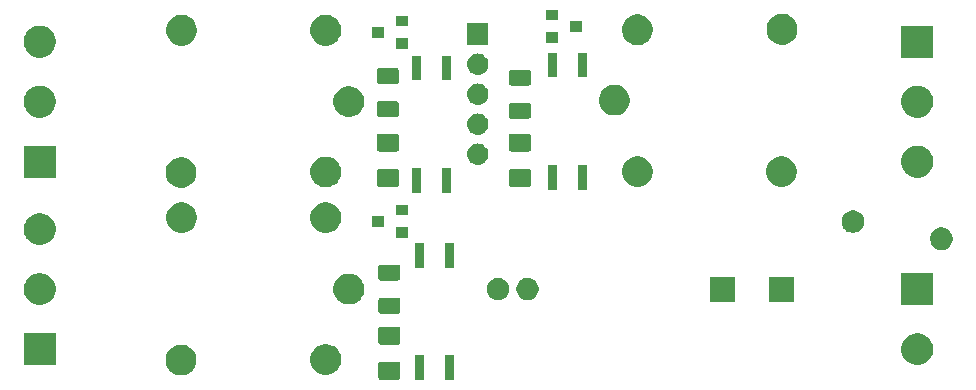
<source format=gbr>
G04 #@! TF.GenerationSoftware,KiCad,Pcbnew,(5.1.2)-2*
G04 #@! TF.CreationDate,2020-09-07T14:07:52+02:00*
G04 #@! TF.ProjectId,KernadouDomoRelay,4b65726e-6164-46f7-9544-6f6d6f52656c,0.1*
G04 #@! TF.SameCoordinates,Original*
G04 #@! TF.FileFunction,Soldermask,Top*
G04 #@! TF.FilePolarity,Negative*
%FSLAX46Y46*%
G04 Gerber Fmt 4.6, Leading zero omitted, Abs format (unit mm)*
G04 Created by KiCad (PCBNEW (5.1.2)-2) date 2020-09-07 14:07:52*
%MOMM*%
%LPD*%
G04 APERTURE LIST*
%ADD10C,0.100000*%
G04 APERTURE END LIST*
D10*
G36*
X62347000Y-66761000D02*
G01*
X61605000Y-66761000D01*
X61605000Y-64659000D01*
X62347000Y-64659000D01*
X62347000Y-66761000D01*
X62347000Y-66761000D01*
G37*
G36*
X59807000Y-66761000D02*
G01*
X59065000Y-66761000D01*
X59065000Y-64659000D01*
X59807000Y-64659000D01*
X59807000Y-66761000D01*
X59807000Y-66761000D01*
G37*
G36*
X57671562Y-65207681D02*
G01*
X57706481Y-65218274D01*
X57738663Y-65235476D01*
X57766873Y-65258627D01*
X57790024Y-65286837D01*
X57807226Y-65319019D01*
X57817819Y-65353938D01*
X57822000Y-65396395D01*
X57822000Y-66537605D01*
X57817819Y-66580062D01*
X57807226Y-66614981D01*
X57790024Y-66647163D01*
X57766873Y-66675373D01*
X57738663Y-66698524D01*
X57706481Y-66715726D01*
X57671562Y-66726319D01*
X57629105Y-66730500D01*
X56162895Y-66730500D01*
X56120438Y-66726319D01*
X56085519Y-66715726D01*
X56053337Y-66698524D01*
X56025127Y-66675373D01*
X56001976Y-66647163D01*
X55984774Y-66614981D01*
X55974181Y-66580062D01*
X55970000Y-66537605D01*
X55970000Y-65396395D01*
X55974181Y-65353938D01*
X55984774Y-65319019D01*
X56001976Y-65286837D01*
X56025127Y-65258627D01*
X56053337Y-65235476D01*
X56085519Y-65218274D01*
X56120438Y-65207681D01*
X56162895Y-65203500D01*
X57629105Y-65203500D01*
X57671562Y-65207681D01*
X57671562Y-65207681D01*
G37*
G36*
X39646487Y-63803996D02*
G01*
X39883253Y-63902068D01*
X39883255Y-63902069D01*
X40032718Y-64001937D01*
X40096339Y-64044447D01*
X40277553Y-64225661D01*
X40419932Y-64438747D01*
X40518004Y-64675513D01*
X40568000Y-64926861D01*
X40568000Y-65183139D01*
X40518004Y-65434487D01*
X40440642Y-65621255D01*
X40419931Y-65671255D01*
X40277553Y-65884339D01*
X40096339Y-66065553D01*
X39883255Y-66207931D01*
X39883254Y-66207932D01*
X39883253Y-66207932D01*
X39646487Y-66306004D01*
X39395139Y-66356000D01*
X39138861Y-66356000D01*
X38887513Y-66306004D01*
X38650747Y-66207932D01*
X38650746Y-66207932D01*
X38650745Y-66207931D01*
X38437661Y-66065553D01*
X38256447Y-65884339D01*
X38114069Y-65671255D01*
X38093358Y-65621255D01*
X38015996Y-65434487D01*
X37966000Y-65183139D01*
X37966000Y-64926861D01*
X38015996Y-64675513D01*
X38114068Y-64438747D01*
X38256447Y-64225661D01*
X38437661Y-64044447D01*
X38501282Y-64001937D01*
X38650745Y-63902069D01*
X38650747Y-63902068D01*
X38887513Y-63803996D01*
X39138861Y-63754000D01*
X39395139Y-63754000D01*
X39646487Y-63803996D01*
X39646487Y-63803996D01*
G37*
G36*
X51896487Y-63753996D02*
G01*
X52133253Y-63852068D01*
X52133255Y-63852069D01*
X52208084Y-63902068D01*
X52346339Y-63994447D01*
X52527553Y-64175661D01*
X52669932Y-64388747D01*
X52768004Y-64625513D01*
X52818000Y-64876861D01*
X52818000Y-65133139D01*
X52768004Y-65384487D01*
X52669932Y-65621253D01*
X52669931Y-65621255D01*
X52527553Y-65834339D01*
X52346339Y-66015553D01*
X52133255Y-66157931D01*
X52133254Y-66157932D01*
X52133253Y-66157932D01*
X51896487Y-66256004D01*
X51645139Y-66306000D01*
X51388861Y-66306000D01*
X51137513Y-66256004D01*
X50900747Y-66157932D01*
X50900746Y-66157932D01*
X50900745Y-66157931D01*
X50687661Y-66015553D01*
X50506447Y-65834339D01*
X50364069Y-65621255D01*
X50364068Y-65621253D01*
X50265996Y-65384487D01*
X50216000Y-65133139D01*
X50216000Y-64876861D01*
X50265996Y-64625513D01*
X50364068Y-64388747D01*
X50506447Y-64175661D01*
X50687661Y-63994447D01*
X50825916Y-63902068D01*
X50900745Y-63852069D01*
X50900747Y-63852068D01*
X51137513Y-63753996D01*
X51388861Y-63704000D01*
X51645139Y-63704000D01*
X51896487Y-63753996D01*
X51896487Y-63753996D01*
G37*
G36*
X101994072Y-62835918D02*
G01*
X102239939Y-62937759D01*
X102351328Y-63012187D01*
X102461211Y-63085609D01*
X102649391Y-63273789D01*
X102797242Y-63495063D01*
X102899082Y-63740928D01*
X102951000Y-64001937D01*
X102951000Y-64268063D01*
X102899082Y-64529072D01*
X102797242Y-64774937D01*
X102649391Y-64996211D01*
X102461211Y-65184391D01*
X102402094Y-65223892D01*
X102239939Y-65332241D01*
X102239938Y-65332242D01*
X102239937Y-65332242D01*
X101994072Y-65434082D01*
X101733063Y-65486000D01*
X101466937Y-65486000D01*
X101205928Y-65434082D01*
X100960063Y-65332242D01*
X100960062Y-65332242D01*
X100960061Y-65332241D01*
X100797906Y-65223892D01*
X100738789Y-65184391D01*
X100550609Y-64996211D01*
X100402758Y-64774937D01*
X100300918Y-64529072D01*
X100249000Y-64268063D01*
X100249000Y-64001937D01*
X100300918Y-63740928D01*
X100402758Y-63495063D01*
X100550609Y-63273789D01*
X100738789Y-63085609D01*
X100848672Y-63012187D01*
X100960061Y-62937759D01*
X101205928Y-62835918D01*
X101466937Y-62784000D01*
X101733063Y-62784000D01*
X101994072Y-62835918D01*
X101994072Y-62835918D01*
G37*
G36*
X28656000Y-65486000D02*
G01*
X25954000Y-65486000D01*
X25954000Y-62784000D01*
X28656000Y-62784000D01*
X28656000Y-65486000D01*
X28656000Y-65486000D01*
G37*
G36*
X57671562Y-62232681D02*
G01*
X57706481Y-62243274D01*
X57738663Y-62260476D01*
X57766873Y-62283627D01*
X57790024Y-62311837D01*
X57807226Y-62344019D01*
X57817819Y-62378938D01*
X57822000Y-62421395D01*
X57822000Y-63562605D01*
X57817819Y-63605062D01*
X57807226Y-63639981D01*
X57790024Y-63672163D01*
X57766873Y-63700373D01*
X57738663Y-63723524D01*
X57706481Y-63740726D01*
X57671562Y-63751319D01*
X57629105Y-63755500D01*
X56162895Y-63755500D01*
X56120438Y-63751319D01*
X56085519Y-63740726D01*
X56053337Y-63723524D01*
X56025127Y-63700373D01*
X56001976Y-63672163D01*
X55984774Y-63639981D01*
X55974181Y-63605062D01*
X55970000Y-63562605D01*
X55970000Y-62421395D01*
X55974181Y-62378938D01*
X55984774Y-62344019D01*
X56001976Y-62311837D01*
X56025127Y-62283627D01*
X56053337Y-62260476D01*
X56085519Y-62243274D01*
X56120438Y-62232681D01*
X56162895Y-62228500D01*
X57629105Y-62228500D01*
X57671562Y-62232681D01*
X57671562Y-62232681D01*
G37*
G36*
X57664604Y-59783347D02*
G01*
X57701144Y-59794432D01*
X57734821Y-59812433D01*
X57764341Y-59836659D01*
X57788567Y-59866179D01*
X57806568Y-59899856D01*
X57817653Y-59936396D01*
X57822000Y-59980538D01*
X57822000Y-60929462D01*
X57817653Y-60973604D01*
X57806568Y-61010144D01*
X57788567Y-61043821D01*
X57764341Y-61073341D01*
X57734821Y-61097567D01*
X57701144Y-61115568D01*
X57664604Y-61126653D01*
X57620462Y-61131000D01*
X56171538Y-61131000D01*
X56127396Y-61126653D01*
X56090856Y-61115568D01*
X56057179Y-61097567D01*
X56027659Y-61073341D01*
X56003433Y-61043821D01*
X55985432Y-61010144D01*
X55974347Y-60973604D01*
X55970000Y-60929462D01*
X55970000Y-59980538D01*
X55974347Y-59936396D01*
X55985432Y-59899856D01*
X56003433Y-59866179D01*
X56027659Y-59836659D01*
X56057179Y-59812433D01*
X56090856Y-59794432D01*
X56127396Y-59783347D01*
X56171538Y-59779000D01*
X57620462Y-59779000D01*
X57664604Y-59783347D01*
X57664604Y-59783347D01*
G37*
G36*
X102951000Y-60406000D02*
G01*
X100249000Y-60406000D01*
X100249000Y-57704000D01*
X102951000Y-57704000D01*
X102951000Y-60406000D01*
X102951000Y-60406000D01*
G37*
G36*
X27699072Y-57755918D02*
G01*
X27815146Y-57803997D01*
X27944939Y-57857759D01*
X28011253Y-57902069D01*
X28166211Y-58005609D01*
X28354391Y-58193789D01*
X28502242Y-58415063D01*
X28604082Y-58660928D01*
X28656000Y-58921937D01*
X28656000Y-59188063D01*
X28604082Y-59449072D01*
X28502242Y-59694937D01*
X28354391Y-59916211D01*
X28166211Y-60104391D01*
X28056328Y-60177813D01*
X27944939Y-60252241D01*
X27944938Y-60252242D01*
X27944937Y-60252242D01*
X27699072Y-60354082D01*
X27438063Y-60406000D01*
X27171937Y-60406000D01*
X26910928Y-60354082D01*
X26665063Y-60252242D01*
X26665062Y-60252242D01*
X26665061Y-60252241D01*
X26553672Y-60177813D01*
X26443789Y-60104391D01*
X26255609Y-59916211D01*
X26107758Y-59694937D01*
X26005918Y-59449072D01*
X25954000Y-59188063D01*
X25954000Y-58921937D01*
X26005918Y-58660928D01*
X26107758Y-58415063D01*
X26255609Y-58193789D01*
X26443789Y-58005609D01*
X26598747Y-57902069D01*
X26665061Y-57857759D01*
X26794855Y-57803997D01*
X26910928Y-57755918D01*
X27171937Y-57704000D01*
X27438063Y-57704000D01*
X27699072Y-57755918D01*
X27699072Y-57755918D01*
G37*
G36*
X53846487Y-57803996D02*
G01*
X54083253Y-57902068D01*
X54083255Y-57902069D01*
X54296339Y-58044447D01*
X54477553Y-58225661D01*
X54545034Y-58326653D01*
X54619932Y-58438747D01*
X54718004Y-58675513D01*
X54768000Y-58926861D01*
X54768000Y-59183139D01*
X54718004Y-59434487D01*
X54619932Y-59671253D01*
X54619931Y-59671255D01*
X54477553Y-59884339D01*
X54296339Y-60065553D01*
X54083255Y-60207931D01*
X54083254Y-60207932D01*
X54083253Y-60207932D01*
X53846487Y-60306004D01*
X53595139Y-60356000D01*
X53338861Y-60356000D01*
X53087513Y-60306004D01*
X52850747Y-60207932D01*
X52850746Y-60207932D01*
X52850745Y-60207931D01*
X52637661Y-60065553D01*
X52456447Y-59884339D01*
X52314069Y-59671255D01*
X52314068Y-59671253D01*
X52215996Y-59434487D01*
X52166000Y-59183139D01*
X52166000Y-58926861D01*
X52215996Y-58675513D01*
X52314068Y-58438747D01*
X52388967Y-58326653D01*
X52456447Y-58225661D01*
X52637661Y-58044447D01*
X52850745Y-57902069D01*
X52850747Y-57902068D01*
X53087513Y-57803996D01*
X53338861Y-57754000D01*
X53595139Y-57754000D01*
X53846487Y-57803996D01*
X53846487Y-57803996D01*
G37*
G36*
X86142000Y-60105000D02*
G01*
X84040000Y-60105000D01*
X84040000Y-58003000D01*
X86142000Y-58003000D01*
X86142000Y-60105000D01*
X86142000Y-60105000D01*
G37*
G36*
X91142000Y-60105000D02*
G01*
X89040000Y-60105000D01*
X89040000Y-58003000D01*
X91142000Y-58003000D01*
X91142000Y-60105000D01*
X91142000Y-60105000D01*
G37*
G36*
X68865187Y-58150123D02*
G01*
X69011736Y-58210826D01*
X69036257Y-58220983D01*
X69113758Y-58272768D01*
X69190214Y-58323854D01*
X69321146Y-58454786D01*
X69424018Y-58608745D01*
X69494877Y-58779813D01*
X69531000Y-58961417D01*
X69531000Y-59146583D01*
X69494877Y-59328187D01*
X69424018Y-59499255D01*
X69321146Y-59653214D01*
X69190214Y-59784146D01*
X69167111Y-59799583D01*
X69036257Y-59887017D01*
X69036256Y-59887018D01*
X69036255Y-59887018D01*
X68865187Y-59957877D01*
X68683583Y-59994000D01*
X68498417Y-59994000D01*
X68316813Y-59957877D01*
X68145745Y-59887018D01*
X68145744Y-59887018D01*
X68145743Y-59887017D01*
X68014889Y-59799583D01*
X67991786Y-59784146D01*
X67860854Y-59653214D01*
X67757982Y-59499255D01*
X67687123Y-59328187D01*
X67651000Y-59146583D01*
X67651000Y-58961417D01*
X67687123Y-58779813D01*
X67757982Y-58608745D01*
X67860854Y-58454786D01*
X67991786Y-58323854D01*
X68068242Y-58272768D01*
X68145743Y-58220983D01*
X68170264Y-58210826D01*
X68316813Y-58150123D01*
X68498417Y-58114000D01*
X68683583Y-58114000D01*
X68865187Y-58150123D01*
X68865187Y-58150123D01*
G37*
G36*
X66365187Y-58150123D02*
G01*
X66511736Y-58210826D01*
X66536257Y-58220983D01*
X66613758Y-58272768D01*
X66690214Y-58323854D01*
X66821146Y-58454786D01*
X66924018Y-58608745D01*
X66994877Y-58779813D01*
X67031000Y-58961417D01*
X67031000Y-59146583D01*
X66994877Y-59328187D01*
X66924018Y-59499255D01*
X66821146Y-59653214D01*
X66690214Y-59784146D01*
X66667111Y-59799583D01*
X66536257Y-59887017D01*
X66536256Y-59887018D01*
X66536255Y-59887018D01*
X66365187Y-59957877D01*
X66183583Y-59994000D01*
X65998417Y-59994000D01*
X65816813Y-59957877D01*
X65645745Y-59887018D01*
X65645744Y-59887018D01*
X65645743Y-59887017D01*
X65514889Y-59799583D01*
X65491786Y-59784146D01*
X65360854Y-59653214D01*
X65257982Y-59499255D01*
X65187123Y-59328187D01*
X65151000Y-59146583D01*
X65151000Y-58961417D01*
X65187123Y-58779813D01*
X65257982Y-58608745D01*
X65360854Y-58454786D01*
X65491786Y-58323854D01*
X65568242Y-58272768D01*
X65645743Y-58220983D01*
X65670264Y-58210826D01*
X65816813Y-58150123D01*
X65998417Y-58114000D01*
X66183583Y-58114000D01*
X66365187Y-58150123D01*
X66365187Y-58150123D01*
G37*
G36*
X57664604Y-56983347D02*
G01*
X57701144Y-56994432D01*
X57734821Y-57012433D01*
X57764341Y-57036659D01*
X57788567Y-57066179D01*
X57806568Y-57099856D01*
X57817653Y-57136396D01*
X57822000Y-57180538D01*
X57822000Y-58129462D01*
X57817653Y-58173604D01*
X57806568Y-58210144D01*
X57788567Y-58243821D01*
X57764341Y-58273341D01*
X57734821Y-58297567D01*
X57701144Y-58315568D01*
X57664604Y-58326653D01*
X57620462Y-58331000D01*
X56171538Y-58331000D01*
X56127396Y-58326653D01*
X56090856Y-58315568D01*
X56057179Y-58297567D01*
X56027659Y-58273341D01*
X56003433Y-58243821D01*
X55985432Y-58210144D01*
X55974347Y-58173604D01*
X55970000Y-58129462D01*
X55970000Y-57180538D01*
X55974347Y-57136396D01*
X55985432Y-57099856D01*
X56003433Y-57066179D01*
X56027659Y-57036659D01*
X56057179Y-57012433D01*
X56090856Y-56994432D01*
X56127396Y-56983347D01*
X56171538Y-56979000D01*
X57620462Y-56979000D01*
X57664604Y-56983347D01*
X57664604Y-56983347D01*
G37*
G36*
X62347000Y-57261000D02*
G01*
X61605000Y-57261000D01*
X61605000Y-55159000D01*
X62347000Y-55159000D01*
X62347000Y-57261000D01*
X62347000Y-57261000D01*
G37*
G36*
X59807000Y-57261000D02*
G01*
X59065000Y-57261000D01*
X59065000Y-55159000D01*
X59807000Y-55159000D01*
X59807000Y-57261000D01*
X59807000Y-57261000D01*
G37*
G36*
X103916395Y-53875546D02*
G01*
X104089466Y-53947234D01*
X104089467Y-53947235D01*
X104245227Y-54051310D01*
X104377690Y-54183773D01*
X104377691Y-54183775D01*
X104481766Y-54339534D01*
X104553454Y-54512605D01*
X104590000Y-54696333D01*
X104590000Y-54883667D01*
X104553454Y-55067395D01*
X104481766Y-55240466D01*
X104481765Y-55240467D01*
X104377690Y-55396227D01*
X104245227Y-55528690D01*
X104166818Y-55581081D01*
X104089466Y-55632766D01*
X103916395Y-55704454D01*
X103732667Y-55741000D01*
X103545333Y-55741000D01*
X103361605Y-55704454D01*
X103188534Y-55632766D01*
X103111182Y-55581081D01*
X103032773Y-55528690D01*
X102900310Y-55396227D01*
X102796235Y-55240467D01*
X102796234Y-55240466D01*
X102724546Y-55067395D01*
X102688000Y-54883667D01*
X102688000Y-54696333D01*
X102724546Y-54512605D01*
X102796234Y-54339534D01*
X102900309Y-54183775D01*
X102900310Y-54183773D01*
X103032773Y-54051310D01*
X103188533Y-53947235D01*
X103188534Y-53947234D01*
X103361605Y-53875546D01*
X103545333Y-53839000D01*
X103732667Y-53839000D01*
X103916395Y-53875546D01*
X103916395Y-53875546D01*
G37*
G36*
X27699072Y-52675918D02*
G01*
X27944939Y-52777759D01*
X27994687Y-52811000D01*
X28166211Y-52925609D01*
X28354391Y-53113789D01*
X28502242Y-53335063D01*
X28604082Y-53580928D01*
X28656000Y-53841937D01*
X28656000Y-54108063D01*
X28616628Y-54306000D01*
X28604082Y-54369072D01*
X28502241Y-54614939D01*
X28438055Y-54711000D01*
X28354391Y-54836211D01*
X28166211Y-55024391D01*
X28056328Y-55097813D01*
X27944939Y-55172241D01*
X27944938Y-55172242D01*
X27944937Y-55172242D01*
X27699072Y-55274082D01*
X27438063Y-55326000D01*
X27171937Y-55326000D01*
X26910928Y-55274082D01*
X26665063Y-55172242D01*
X26665062Y-55172242D01*
X26665061Y-55172241D01*
X26553672Y-55097813D01*
X26443789Y-55024391D01*
X26255609Y-54836211D01*
X26171945Y-54711000D01*
X26107759Y-54614939D01*
X26005918Y-54369072D01*
X25993372Y-54306000D01*
X25954000Y-54108063D01*
X25954000Y-53841937D01*
X26005918Y-53580928D01*
X26107758Y-53335063D01*
X26255609Y-53113789D01*
X26443789Y-52925609D01*
X26615313Y-52811000D01*
X26665061Y-52777759D01*
X26910928Y-52675918D01*
X27171937Y-52624000D01*
X27438063Y-52624000D01*
X27699072Y-52675918D01*
X27699072Y-52675918D01*
G37*
G36*
X58456000Y-54711000D02*
G01*
X57454000Y-54711000D01*
X57454000Y-53809000D01*
X58456000Y-53809000D01*
X58456000Y-54711000D01*
X58456000Y-54711000D01*
G37*
G36*
X39696487Y-51753996D02*
G01*
X39933253Y-51852068D01*
X39933255Y-51852069D01*
X40018458Y-51909000D01*
X40146339Y-51994447D01*
X40327553Y-52175661D01*
X40469932Y-52388747D01*
X40568004Y-52625513D01*
X40618000Y-52876861D01*
X40618000Y-53133139D01*
X40568004Y-53384487D01*
X40469932Y-53621253D01*
X40469931Y-53621255D01*
X40327553Y-53834339D01*
X40146339Y-54015553D01*
X39933255Y-54157931D01*
X39933254Y-54157932D01*
X39933253Y-54157932D01*
X39696487Y-54256004D01*
X39445139Y-54306000D01*
X39188861Y-54306000D01*
X38937513Y-54256004D01*
X38700747Y-54157932D01*
X38700746Y-54157932D01*
X38700745Y-54157931D01*
X38487661Y-54015553D01*
X38306447Y-53834339D01*
X38164069Y-53621255D01*
X38164068Y-53621253D01*
X38065996Y-53384487D01*
X38016000Y-53133139D01*
X38016000Y-52876861D01*
X38065996Y-52625513D01*
X38164068Y-52388747D01*
X38306447Y-52175661D01*
X38487661Y-51994447D01*
X38615542Y-51909000D01*
X38700745Y-51852069D01*
X38700747Y-51852068D01*
X38937513Y-51753996D01*
X39188861Y-51704000D01*
X39445139Y-51704000D01*
X39696487Y-51753996D01*
X39696487Y-51753996D01*
G37*
G36*
X51896487Y-51753996D02*
G01*
X52133253Y-51852068D01*
X52133255Y-51852069D01*
X52218458Y-51909000D01*
X52346339Y-51994447D01*
X52527553Y-52175661D01*
X52669932Y-52388747D01*
X52768004Y-52625513D01*
X52818000Y-52876861D01*
X52818000Y-53133139D01*
X52768004Y-53384487D01*
X52669932Y-53621253D01*
X52669931Y-53621255D01*
X52527553Y-53834339D01*
X52346339Y-54015553D01*
X52133255Y-54157931D01*
X52133254Y-54157932D01*
X52133253Y-54157932D01*
X51896487Y-54256004D01*
X51645139Y-54306000D01*
X51388861Y-54306000D01*
X51137513Y-54256004D01*
X50900747Y-54157932D01*
X50900746Y-54157932D01*
X50900745Y-54157931D01*
X50687661Y-54015553D01*
X50506447Y-53834339D01*
X50364069Y-53621255D01*
X50364068Y-53621253D01*
X50265996Y-53384487D01*
X50216000Y-53133139D01*
X50216000Y-52876861D01*
X50265996Y-52625513D01*
X50364068Y-52388747D01*
X50506447Y-52175661D01*
X50687661Y-51994447D01*
X50815542Y-51909000D01*
X50900745Y-51852069D01*
X50900747Y-51852068D01*
X51137513Y-51753996D01*
X51388861Y-51704000D01*
X51645139Y-51704000D01*
X51896487Y-51753996D01*
X51896487Y-51753996D01*
G37*
G36*
X96416395Y-52425546D02*
G01*
X96589466Y-52497234D01*
X96589467Y-52497235D01*
X96745227Y-52601310D01*
X96877690Y-52733773D01*
X96877691Y-52733775D01*
X96981766Y-52889534D01*
X97053454Y-53062605D01*
X97090000Y-53246333D01*
X97090000Y-53433667D01*
X97053454Y-53617395D01*
X96981766Y-53790466D01*
X96947374Y-53841937D01*
X96877690Y-53946227D01*
X96745227Y-54078690D01*
X96701268Y-54108062D01*
X96589466Y-54182766D01*
X96416395Y-54254454D01*
X96232667Y-54291000D01*
X96045333Y-54291000D01*
X95861605Y-54254454D01*
X95688534Y-54182766D01*
X95576732Y-54108062D01*
X95532773Y-54078690D01*
X95400310Y-53946227D01*
X95330626Y-53841937D01*
X95296234Y-53790466D01*
X95224546Y-53617395D01*
X95188000Y-53433667D01*
X95188000Y-53246333D01*
X95224546Y-53062605D01*
X95296234Y-52889534D01*
X95400309Y-52733775D01*
X95400310Y-52733773D01*
X95532773Y-52601310D01*
X95688533Y-52497235D01*
X95688534Y-52497234D01*
X95861605Y-52425546D01*
X96045333Y-52389000D01*
X96232667Y-52389000D01*
X96416395Y-52425546D01*
X96416395Y-52425546D01*
G37*
G36*
X56456000Y-53761000D02*
G01*
X55454000Y-53761000D01*
X55454000Y-52859000D01*
X56456000Y-52859000D01*
X56456000Y-53761000D01*
X56456000Y-53761000D01*
G37*
G36*
X58456000Y-52811000D02*
G01*
X57454000Y-52811000D01*
X57454000Y-51909000D01*
X58456000Y-51909000D01*
X58456000Y-52811000D01*
X58456000Y-52811000D01*
G37*
G36*
X62093000Y-50886000D02*
G01*
X61351000Y-50886000D01*
X61351000Y-48784000D01*
X62093000Y-48784000D01*
X62093000Y-50886000D01*
X62093000Y-50886000D01*
G37*
G36*
X59553000Y-50886000D02*
G01*
X58811000Y-50886000D01*
X58811000Y-48784000D01*
X59553000Y-48784000D01*
X59553000Y-50886000D01*
X59553000Y-50886000D01*
G37*
G36*
X73650000Y-50632000D02*
G01*
X72908000Y-50632000D01*
X72908000Y-48530000D01*
X73650000Y-48530000D01*
X73650000Y-50632000D01*
X73650000Y-50632000D01*
G37*
G36*
X71110000Y-50632000D02*
G01*
X70368000Y-50632000D01*
X70368000Y-48530000D01*
X71110000Y-48530000D01*
X71110000Y-50632000D01*
X71110000Y-50632000D01*
G37*
G36*
X39646487Y-47928996D02*
G01*
X39883253Y-48027068D01*
X39883255Y-48027069D01*
X40096339Y-48169447D01*
X40277553Y-48350661D01*
X40394711Y-48526000D01*
X40419932Y-48563747D01*
X40518004Y-48800513D01*
X40568000Y-49051861D01*
X40568000Y-49308139D01*
X40518004Y-49559487D01*
X40440642Y-49746255D01*
X40419931Y-49796255D01*
X40277553Y-50009339D01*
X40096339Y-50190553D01*
X39883255Y-50332931D01*
X39883254Y-50332932D01*
X39883253Y-50332932D01*
X39646487Y-50431004D01*
X39395139Y-50481000D01*
X39138861Y-50481000D01*
X38887513Y-50431004D01*
X38650747Y-50332932D01*
X38650746Y-50332932D01*
X38650745Y-50332931D01*
X38437661Y-50190553D01*
X38256447Y-50009339D01*
X38114069Y-49796255D01*
X38093358Y-49746255D01*
X38015996Y-49559487D01*
X37966000Y-49308139D01*
X37966000Y-49051861D01*
X38015996Y-48800513D01*
X38114068Y-48563747D01*
X38139290Y-48526000D01*
X38256447Y-48350661D01*
X38437661Y-48169447D01*
X38650745Y-48027069D01*
X38650747Y-48027068D01*
X38887513Y-47928996D01*
X39138861Y-47879000D01*
X39395139Y-47879000D01*
X39646487Y-47928996D01*
X39646487Y-47928996D01*
G37*
G36*
X51896487Y-47878996D02*
G01*
X52119733Y-47971468D01*
X52133255Y-47977069D01*
X52346339Y-48119447D01*
X52527553Y-48300661D01*
X52651892Y-48486747D01*
X52669932Y-48513747D01*
X52768004Y-48750513D01*
X52818000Y-49001861D01*
X52818000Y-49258139D01*
X52768004Y-49509487D01*
X52681116Y-49719253D01*
X52669931Y-49746255D01*
X52527553Y-49959339D01*
X52346339Y-50140553D01*
X52133255Y-50282931D01*
X52133254Y-50282932D01*
X52133253Y-50282932D01*
X51896487Y-50381004D01*
X51645139Y-50431000D01*
X51388861Y-50431000D01*
X51137513Y-50381004D01*
X50900747Y-50282932D01*
X50900746Y-50282932D01*
X50900745Y-50282931D01*
X50687661Y-50140553D01*
X50506447Y-49959339D01*
X50364069Y-49746255D01*
X50352884Y-49719253D01*
X50265996Y-49509487D01*
X50216000Y-49258139D01*
X50216000Y-49001861D01*
X50265996Y-48750513D01*
X50364068Y-48513747D01*
X50382109Y-48486747D01*
X50506447Y-48300661D01*
X50687661Y-48119447D01*
X50900745Y-47977069D01*
X50914267Y-47971468D01*
X51137513Y-47878996D01*
X51388861Y-47829000D01*
X51645139Y-47829000D01*
X51896487Y-47878996D01*
X51896487Y-47878996D01*
G37*
G36*
X90475487Y-47851996D02*
G01*
X90661383Y-47928997D01*
X90712255Y-47950069D01*
X90925339Y-48092447D01*
X91106553Y-48273661D01*
X91232025Y-48461443D01*
X91248932Y-48486747D01*
X91347004Y-48723513D01*
X91397000Y-48974861D01*
X91397000Y-49231139D01*
X91347004Y-49482487D01*
X91315277Y-49559082D01*
X91248931Y-49719255D01*
X91106553Y-49932339D01*
X90925339Y-50113553D01*
X90712255Y-50255931D01*
X90712254Y-50255932D01*
X90712253Y-50255932D01*
X90475487Y-50354004D01*
X90224139Y-50404000D01*
X89967861Y-50404000D01*
X89716513Y-50354004D01*
X89479747Y-50255932D01*
X89479746Y-50255932D01*
X89479745Y-50255931D01*
X89266661Y-50113553D01*
X89085447Y-49932339D01*
X88943069Y-49719255D01*
X88876723Y-49559082D01*
X88844996Y-49482487D01*
X88795000Y-49231139D01*
X88795000Y-48974861D01*
X88844996Y-48723513D01*
X88943068Y-48486747D01*
X88959976Y-48461443D01*
X89085447Y-48273661D01*
X89266661Y-48092447D01*
X89479745Y-47950069D01*
X89530617Y-47928997D01*
X89716513Y-47851996D01*
X89967861Y-47802000D01*
X90224139Y-47802000D01*
X90475487Y-47851996D01*
X90475487Y-47851996D01*
G37*
G36*
X78275487Y-47851996D02*
G01*
X78461383Y-47928997D01*
X78512255Y-47950069D01*
X78725339Y-48092447D01*
X78906553Y-48273661D01*
X79032025Y-48461443D01*
X79048932Y-48486747D01*
X79147004Y-48723513D01*
X79197000Y-48974861D01*
X79197000Y-49231139D01*
X79147004Y-49482487D01*
X79115277Y-49559082D01*
X79048931Y-49719255D01*
X78906553Y-49932339D01*
X78725339Y-50113553D01*
X78512255Y-50255931D01*
X78512254Y-50255932D01*
X78512253Y-50255932D01*
X78275487Y-50354004D01*
X78024139Y-50404000D01*
X77767861Y-50404000D01*
X77516513Y-50354004D01*
X77279747Y-50255932D01*
X77279746Y-50255932D01*
X77279745Y-50255931D01*
X77066661Y-50113553D01*
X76885447Y-49932339D01*
X76743069Y-49719255D01*
X76676723Y-49559082D01*
X76644996Y-49482487D01*
X76595000Y-49231139D01*
X76595000Y-48974861D01*
X76644996Y-48723513D01*
X76743068Y-48486747D01*
X76759976Y-48461443D01*
X76885447Y-48273661D01*
X77066661Y-48092447D01*
X77279745Y-47950069D01*
X77330617Y-47928997D01*
X77516513Y-47851996D01*
X77767861Y-47802000D01*
X78024139Y-47802000D01*
X78275487Y-47851996D01*
X78275487Y-47851996D01*
G37*
G36*
X68720562Y-48861181D02*
G01*
X68755481Y-48871774D01*
X68787663Y-48888976D01*
X68815873Y-48912127D01*
X68839024Y-48940337D01*
X68856226Y-48972519D01*
X68866819Y-49007438D01*
X68871000Y-49049895D01*
X68871000Y-50191105D01*
X68866819Y-50233562D01*
X68856226Y-50268481D01*
X68839024Y-50300663D01*
X68815873Y-50328873D01*
X68787663Y-50352024D01*
X68755481Y-50369226D01*
X68720562Y-50379819D01*
X68678105Y-50384000D01*
X67211895Y-50384000D01*
X67169438Y-50379819D01*
X67134519Y-50369226D01*
X67102337Y-50352024D01*
X67074127Y-50328873D01*
X67050976Y-50300663D01*
X67033774Y-50268481D01*
X67023181Y-50233562D01*
X67019000Y-50191105D01*
X67019000Y-49049895D01*
X67023181Y-49007438D01*
X67033774Y-48972519D01*
X67050976Y-48940337D01*
X67074127Y-48912127D01*
X67102337Y-48888976D01*
X67134519Y-48871774D01*
X67169438Y-48861181D01*
X67211895Y-48857000D01*
X68678105Y-48857000D01*
X68720562Y-48861181D01*
X68720562Y-48861181D01*
G37*
G36*
X57544562Y-48861181D02*
G01*
X57579481Y-48871774D01*
X57611663Y-48888976D01*
X57639873Y-48912127D01*
X57663024Y-48940337D01*
X57680226Y-48972519D01*
X57690819Y-49007438D01*
X57695000Y-49049895D01*
X57695000Y-50191105D01*
X57690819Y-50233562D01*
X57680226Y-50268481D01*
X57663024Y-50300663D01*
X57639873Y-50328873D01*
X57611663Y-50352024D01*
X57579481Y-50369226D01*
X57544562Y-50379819D01*
X57502105Y-50384000D01*
X56035895Y-50384000D01*
X55993438Y-50379819D01*
X55958519Y-50369226D01*
X55926337Y-50352024D01*
X55898127Y-50328873D01*
X55874976Y-50300663D01*
X55857774Y-50268481D01*
X55847181Y-50233562D01*
X55843000Y-50191105D01*
X55843000Y-49049895D01*
X55847181Y-49007438D01*
X55857774Y-48972519D01*
X55874976Y-48940337D01*
X55898127Y-48912127D01*
X55926337Y-48888976D01*
X55958519Y-48871774D01*
X55993438Y-48861181D01*
X56035895Y-48857000D01*
X57502105Y-48857000D01*
X57544562Y-48861181D01*
X57544562Y-48861181D01*
G37*
G36*
X28656000Y-49611000D02*
G01*
X25954000Y-49611000D01*
X25954000Y-46909000D01*
X28656000Y-46909000D01*
X28656000Y-49611000D01*
X28656000Y-49611000D01*
G37*
G36*
X101994072Y-46960918D02*
G01*
X102239939Y-47062759D01*
X102328612Y-47122009D01*
X102461211Y-47210609D01*
X102649391Y-47398789D01*
X102797242Y-47620063D01*
X102899082Y-47865928D01*
X102951000Y-48126937D01*
X102951000Y-48393063D01*
X102899082Y-48654072D01*
X102812895Y-48862148D01*
X102797241Y-48899939D01*
X102649390Y-49121212D01*
X102461212Y-49309390D01*
X102239939Y-49457241D01*
X102239938Y-49457242D01*
X102239937Y-49457242D01*
X101994072Y-49559082D01*
X101733063Y-49611000D01*
X101466937Y-49611000D01*
X101205928Y-49559082D01*
X100960063Y-49457242D01*
X100960062Y-49457242D01*
X100960061Y-49457241D01*
X100738788Y-49309390D01*
X100550610Y-49121212D01*
X100402759Y-48899939D01*
X100387106Y-48862148D01*
X100300918Y-48654072D01*
X100249000Y-48393063D01*
X100249000Y-48126937D01*
X100300918Y-47865928D01*
X100402758Y-47620063D01*
X100550609Y-47398789D01*
X100738789Y-47210609D01*
X100871388Y-47122009D01*
X100960061Y-47062759D01*
X101205928Y-46960918D01*
X101466937Y-46909000D01*
X101733063Y-46909000D01*
X101994072Y-46960918D01*
X101994072Y-46960918D01*
G37*
G36*
X64499442Y-46730518D02*
G01*
X64565627Y-46737037D01*
X64735466Y-46788557D01*
X64891991Y-46872222D01*
X64927729Y-46901552D01*
X65029186Y-46984814D01*
X65112448Y-47086271D01*
X65141778Y-47122009D01*
X65225443Y-47278534D01*
X65276963Y-47448373D01*
X65294359Y-47625000D01*
X65276963Y-47801627D01*
X65225443Y-47971466D01*
X65141778Y-48127991D01*
X65112448Y-48163729D01*
X65029186Y-48265186D01*
X64927729Y-48348448D01*
X64891991Y-48377778D01*
X64735466Y-48461443D01*
X64565627Y-48512963D01*
X64499442Y-48519482D01*
X64433260Y-48526000D01*
X64344740Y-48526000D01*
X64278557Y-48519481D01*
X64212373Y-48512963D01*
X64042534Y-48461443D01*
X63886009Y-48377778D01*
X63850271Y-48348448D01*
X63748814Y-48265186D01*
X63665552Y-48163729D01*
X63636222Y-48127991D01*
X63552557Y-47971466D01*
X63501037Y-47801627D01*
X63483641Y-47625000D01*
X63501037Y-47448373D01*
X63552557Y-47278534D01*
X63636222Y-47122009D01*
X63665552Y-47086271D01*
X63748814Y-46984814D01*
X63850271Y-46901552D01*
X63886009Y-46872222D01*
X64042534Y-46788557D01*
X64212373Y-46737037D01*
X64278558Y-46730518D01*
X64344740Y-46724000D01*
X64433260Y-46724000D01*
X64499442Y-46730518D01*
X64499442Y-46730518D01*
G37*
G36*
X68720562Y-45886181D02*
G01*
X68755481Y-45896774D01*
X68787663Y-45913976D01*
X68815873Y-45937127D01*
X68839024Y-45965337D01*
X68856226Y-45997519D01*
X68866819Y-46032438D01*
X68871000Y-46074895D01*
X68871000Y-47216105D01*
X68866819Y-47258562D01*
X68856226Y-47293481D01*
X68839024Y-47325663D01*
X68815873Y-47353873D01*
X68787663Y-47377024D01*
X68755481Y-47394226D01*
X68720562Y-47404819D01*
X68678105Y-47409000D01*
X67211895Y-47409000D01*
X67169438Y-47404819D01*
X67134519Y-47394226D01*
X67102337Y-47377024D01*
X67074127Y-47353873D01*
X67050976Y-47325663D01*
X67033774Y-47293481D01*
X67023181Y-47258562D01*
X67019000Y-47216105D01*
X67019000Y-46074895D01*
X67023181Y-46032438D01*
X67033774Y-45997519D01*
X67050976Y-45965337D01*
X67074127Y-45937127D01*
X67102337Y-45913976D01*
X67134519Y-45896774D01*
X67169438Y-45886181D01*
X67211895Y-45882000D01*
X68678105Y-45882000D01*
X68720562Y-45886181D01*
X68720562Y-45886181D01*
G37*
G36*
X57544562Y-45886181D02*
G01*
X57579481Y-45896774D01*
X57611663Y-45913976D01*
X57639873Y-45937127D01*
X57663024Y-45965337D01*
X57680226Y-45997519D01*
X57690819Y-46032438D01*
X57695000Y-46074895D01*
X57695000Y-47216105D01*
X57690819Y-47258562D01*
X57680226Y-47293481D01*
X57663024Y-47325663D01*
X57639873Y-47353873D01*
X57611663Y-47377024D01*
X57579481Y-47394226D01*
X57544562Y-47404819D01*
X57502105Y-47409000D01*
X56035895Y-47409000D01*
X55993438Y-47404819D01*
X55958519Y-47394226D01*
X55926337Y-47377024D01*
X55898127Y-47353873D01*
X55874976Y-47325663D01*
X55857774Y-47293481D01*
X55847181Y-47258562D01*
X55843000Y-47216105D01*
X55843000Y-46074895D01*
X55847181Y-46032438D01*
X55857774Y-45997519D01*
X55874976Y-45965337D01*
X55898127Y-45937127D01*
X55926337Y-45913976D01*
X55958519Y-45896774D01*
X55993438Y-45886181D01*
X56035895Y-45882000D01*
X57502105Y-45882000D01*
X57544562Y-45886181D01*
X57544562Y-45886181D01*
G37*
G36*
X64499442Y-44190518D02*
G01*
X64565627Y-44197037D01*
X64735466Y-44248557D01*
X64891991Y-44332222D01*
X64897330Y-44336604D01*
X65029186Y-44444814D01*
X65099916Y-44531000D01*
X65141778Y-44582009D01*
X65225443Y-44738534D01*
X65276963Y-44908373D01*
X65294359Y-45085000D01*
X65276963Y-45261627D01*
X65225443Y-45431466D01*
X65141778Y-45587991D01*
X65112448Y-45623729D01*
X65029186Y-45725186D01*
X64927729Y-45808448D01*
X64891991Y-45837778D01*
X64735466Y-45921443D01*
X64565627Y-45972963D01*
X64499442Y-45979482D01*
X64433260Y-45986000D01*
X64344740Y-45986000D01*
X64278558Y-45979482D01*
X64212373Y-45972963D01*
X64042534Y-45921443D01*
X63886009Y-45837778D01*
X63850271Y-45808448D01*
X63748814Y-45725186D01*
X63665552Y-45623729D01*
X63636222Y-45587991D01*
X63552557Y-45431466D01*
X63501037Y-45261627D01*
X63483641Y-45085000D01*
X63501037Y-44908373D01*
X63552557Y-44738534D01*
X63636222Y-44582009D01*
X63678084Y-44531000D01*
X63748814Y-44444814D01*
X63880670Y-44336604D01*
X63886009Y-44332222D01*
X64042534Y-44248557D01*
X64212373Y-44197037D01*
X64278558Y-44190518D01*
X64344740Y-44184000D01*
X64433260Y-44184000D01*
X64499442Y-44190518D01*
X64499442Y-44190518D01*
G37*
G36*
X68713604Y-43273347D02*
G01*
X68750144Y-43284432D01*
X68783821Y-43302433D01*
X68813341Y-43326659D01*
X68837567Y-43356179D01*
X68855568Y-43389856D01*
X68866653Y-43426396D01*
X68871000Y-43470538D01*
X68871000Y-44419462D01*
X68866653Y-44463604D01*
X68855568Y-44500144D01*
X68837567Y-44533821D01*
X68813341Y-44563341D01*
X68783821Y-44587567D01*
X68750144Y-44605568D01*
X68713604Y-44616653D01*
X68669462Y-44621000D01*
X67220538Y-44621000D01*
X67176396Y-44616653D01*
X67139856Y-44605568D01*
X67106179Y-44587567D01*
X67076659Y-44563341D01*
X67052433Y-44533821D01*
X67034432Y-44500144D01*
X67023347Y-44463604D01*
X67019000Y-44419462D01*
X67019000Y-43470538D01*
X67023347Y-43426396D01*
X67034432Y-43389856D01*
X67052433Y-43356179D01*
X67076659Y-43326659D01*
X67106179Y-43302433D01*
X67139856Y-43284432D01*
X67176396Y-43273347D01*
X67220538Y-43269000D01*
X68669462Y-43269000D01*
X68713604Y-43273347D01*
X68713604Y-43273347D01*
G37*
G36*
X27699072Y-41880918D02*
G01*
X27815146Y-41928997D01*
X27944939Y-41982759D01*
X28011253Y-42027069D01*
X28166211Y-42130609D01*
X28354391Y-42318789D01*
X28502242Y-42540063D01*
X28604082Y-42785928D01*
X28656000Y-43046937D01*
X28656000Y-43313063D01*
X28604082Y-43574072D01*
X28502242Y-43819937D01*
X28354391Y-44041211D01*
X28166211Y-44229391D01*
X28095929Y-44276352D01*
X27944939Y-44377241D01*
X27944938Y-44377242D01*
X27944937Y-44377242D01*
X27699072Y-44479082D01*
X27438063Y-44531000D01*
X27171937Y-44531000D01*
X26910928Y-44479082D01*
X26665063Y-44377242D01*
X26665062Y-44377242D01*
X26665061Y-44377241D01*
X26514071Y-44276352D01*
X26443789Y-44229391D01*
X26255609Y-44041211D01*
X26107758Y-43819937D01*
X26005918Y-43574072D01*
X25954000Y-43313063D01*
X25954000Y-43046937D01*
X26005918Y-42785928D01*
X26107758Y-42540063D01*
X26255609Y-42318789D01*
X26443789Y-42130609D01*
X26598747Y-42027069D01*
X26665061Y-41982759D01*
X26794855Y-41928997D01*
X26910928Y-41880918D01*
X27171937Y-41829000D01*
X27438063Y-41829000D01*
X27699072Y-41880918D01*
X27699072Y-41880918D01*
G37*
G36*
X101994072Y-41880918D02*
G01*
X102110146Y-41928997D01*
X102239939Y-41982759D01*
X102306253Y-42027069D01*
X102461211Y-42130609D01*
X102649391Y-42318789D01*
X102797242Y-42540063D01*
X102899082Y-42785928D01*
X102951000Y-43046937D01*
X102951000Y-43313063D01*
X102899082Y-43574072D01*
X102797242Y-43819937D01*
X102649391Y-44041211D01*
X102461211Y-44229391D01*
X102390929Y-44276352D01*
X102239939Y-44377241D01*
X102239938Y-44377242D01*
X102239937Y-44377242D01*
X101994072Y-44479082D01*
X101733063Y-44531000D01*
X101466937Y-44531000D01*
X101205928Y-44479082D01*
X100960063Y-44377242D01*
X100960062Y-44377242D01*
X100960061Y-44377241D01*
X100809071Y-44276352D01*
X100738789Y-44229391D01*
X100550609Y-44041211D01*
X100402758Y-43819937D01*
X100300918Y-43574072D01*
X100249000Y-43313063D01*
X100249000Y-43046937D01*
X100300918Y-42785928D01*
X100402758Y-42540063D01*
X100550609Y-42318789D01*
X100738789Y-42130609D01*
X100893747Y-42027069D01*
X100960061Y-41982759D01*
X101089855Y-41928997D01*
X101205928Y-41880918D01*
X101466937Y-41829000D01*
X101733063Y-41829000D01*
X101994072Y-41880918D01*
X101994072Y-41880918D01*
G37*
G36*
X57537604Y-43146347D02*
G01*
X57574144Y-43157432D01*
X57607821Y-43175433D01*
X57637341Y-43199659D01*
X57661567Y-43229179D01*
X57679568Y-43262856D01*
X57690653Y-43299396D01*
X57695000Y-43343538D01*
X57695000Y-44292462D01*
X57690653Y-44336604D01*
X57679568Y-44373144D01*
X57661567Y-44406821D01*
X57637341Y-44436341D01*
X57607821Y-44460567D01*
X57574144Y-44478568D01*
X57537604Y-44489653D01*
X57493462Y-44494000D01*
X56044538Y-44494000D01*
X56000396Y-44489653D01*
X55963856Y-44478568D01*
X55930179Y-44460567D01*
X55900659Y-44436341D01*
X55876433Y-44406821D01*
X55858432Y-44373144D01*
X55847347Y-44336604D01*
X55843000Y-44292462D01*
X55843000Y-43343538D01*
X55847347Y-43299396D01*
X55858432Y-43262856D01*
X55876433Y-43229179D01*
X55900659Y-43199659D01*
X55930179Y-43175433D01*
X55963856Y-43157432D01*
X56000396Y-43146347D01*
X56044538Y-43142000D01*
X57493462Y-43142000D01*
X57537604Y-43146347D01*
X57537604Y-43146347D01*
G37*
G36*
X53846487Y-41928996D02*
G01*
X54083253Y-42027068D01*
X54083255Y-42027069D01*
X54238214Y-42130609D01*
X54296339Y-42169447D01*
X54477553Y-42350661D01*
X54619932Y-42563747D01*
X54718004Y-42800513D01*
X54768000Y-43051861D01*
X54768000Y-43308139D01*
X54718004Y-43559487D01*
X54672537Y-43669253D01*
X54619931Y-43796255D01*
X54477553Y-44009339D01*
X54296339Y-44190553D01*
X54083255Y-44332931D01*
X54083254Y-44332932D01*
X54083253Y-44332932D01*
X53846487Y-44431004D01*
X53595139Y-44481000D01*
X53338861Y-44481000D01*
X53087513Y-44431004D01*
X52850747Y-44332932D01*
X52850746Y-44332932D01*
X52850745Y-44332931D01*
X52637661Y-44190553D01*
X52456447Y-44009339D01*
X52314069Y-43796255D01*
X52261463Y-43669253D01*
X52215996Y-43559487D01*
X52166000Y-43308139D01*
X52166000Y-43051861D01*
X52215996Y-42800513D01*
X52314068Y-42563747D01*
X52456447Y-42350661D01*
X52637661Y-42169447D01*
X52695786Y-42130609D01*
X52850745Y-42027069D01*
X52850747Y-42027068D01*
X53087513Y-41928996D01*
X53338861Y-41879000D01*
X53595139Y-41879000D01*
X53846487Y-41928996D01*
X53846487Y-41928996D01*
G37*
G36*
X76325487Y-41801996D02*
G01*
X76562253Y-41900068D01*
X76562255Y-41900069D01*
X76775339Y-42042447D01*
X76956553Y-42223661D01*
X77053248Y-42368375D01*
X77098932Y-42436747D01*
X77197004Y-42673513D01*
X77247000Y-42924861D01*
X77247000Y-43181139D01*
X77197004Y-43432487D01*
X77144398Y-43559488D01*
X77098931Y-43669255D01*
X76956553Y-43882339D01*
X76775339Y-44063553D01*
X76562255Y-44205931D01*
X76562254Y-44205932D01*
X76562253Y-44205932D01*
X76325487Y-44304004D01*
X76074139Y-44354000D01*
X75817861Y-44354000D01*
X75566513Y-44304004D01*
X75329747Y-44205932D01*
X75329746Y-44205932D01*
X75329745Y-44205931D01*
X75116661Y-44063553D01*
X74935447Y-43882339D01*
X74793069Y-43669255D01*
X74747602Y-43559488D01*
X74694996Y-43432487D01*
X74645000Y-43181139D01*
X74645000Y-42924861D01*
X74694996Y-42673513D01*
X74793068Y-42436747D01*
X74838753Y-42368375D01*
X74935447Y-42223661D01*
X75116661Y-42042447D01*
X75329745Y-41900069D01*
X75329747Y-41900068D01*
X75566513Y-41801996D01*
X75817861Y-41752000D01*
X76074139Y-41752000D01*
X76325487Y-41801996D01*
X76325487Y-41801996D01*
G37*
G36*
X64499443Y-41650519D02*
G01*
X64565627Y-41657037D01*
X64735466Y-41708557D01*
X64891991Y-41792222D01*
X64921760Y-41816653D01*
X65029186Y-41904814D01*
X65112448Y-42006271D01*
X65141778Y-42042009D01*
X65225443Y-42198534D01*
X65276963Y-42368373D01*
X65294359Y-42545000D01*
X65276963Y-42721627D01*
X65225443Y-42891466D01*
X65141778Y-43047991D01*
X65138600Y-43051863D01*
X65029186Y-43185186D01*
X64935374Y-43262174D01*
X64891991Y-43297778D01*
X64735466Y-43381443D01*
X64565627Y-43432963D01*
X64499442Y-43439482D01*
X64433260Y-43446000D01*
X64344740Y-43446000D01*
X64278558Y-43439482D01*
X64212373Y-43432963D01*
X64042534Y-43381443D01*
X63886009Y-43297778D01*
X63842626Y-43262174D01*
X63748814Y-43185186D01*
X63639400Y-43051863D01*
X63636222Y-43047991D01*
X63552557Y-42891466D01*
X63501037Y-42721627D01*
X63483641Y-42545000D01*
X63501037Y-42368373D01*
X63552557Y-42198534D01*
X63636222Y-42042009D01*
X63665552Y-42006271D01*
X63748814Y-41904814D01*
X63856240Y-41816653D01*
X63886009Y-41792222D01*
X64042534Y-41708557D01*
X64212373Y-41657037D01*
X64278557Y-41650519D01*
X64344740Y-41644000D01*
X64433260Y-41644000D01*
X64499443Y-41650519D01*
X64499443Y-41650519D01*
G37*
G36*
X68713604Y-40473347D02*
G01*
X68750144Y-40484432D01*
X68783821Y-40502433D01*
X68813341Y-40526659D01*
X68837567Y-40556179D01*
X68855568Y-40589856D01*
X68866653Y-40626396D01*
X68871000Y-40670538D01*
X68871000Y-41619462D01*
X68866653Y-41663604D01*
X68855568Y-41700144D01*
X68837567Y-41733821D01*
X68813341Y-41763341D01*
X68783821Y-41787567D01*
X68750144Y-41805568D01*
X68713604Y-41816653D01*
X68669462Y-41821000D01*
X67220538Y-41821000D01*
X67176396Y-41816653D01*
X67139856Y-41805568D01*
X67106179Y-41787567D01*
X67076659Y-41763341D01*
X67052433Y-41733821D01*
X67034432Y-41700144D01*
X67023347Y-41663604D01*
X67019000Y-41619462D01*
X67019000Y-40670538D01*
X67023347Y-40626396D01*
X67034432Y-40589856D01*
X67052433Y-40556179D01*
X67076659Y-40526659D01*
X67106179Y-40502433D01*
X67139856Y-40484432D01*
X67176396Y-40473347D01*
X67220538Y-40469000D01*
X68669462Y-40469000D01*
X68713604Y-40473347D01*
X68713604Y-40473347D01*
G37*
G36*
X57537604Y-40346347D02*
G01*
X57574144Y-40357432D01*
X57607821Y-40375433D01*
X57637341Y-40399659D01*
X57661567Y-40429179D01*
X57679568Y-40462856D01*
X57690653Y-40499396D01*
X57695000Y-40543538D01*
X57695000Y-41492462D01*
X57690653Y-41536604D01*
X57679568Y-41573144D01*
X57661567Y-41606821D01*
X57637341Y-41636341D01*
X57607821Y-41660567D01*
X57574144Y-41678568D01*
X57537604Y-41689653D01*
X57493462Y-41694000D01*
X56044538Y-41694000D01*
X56000396Y-41689653D01*
X55963856Y-41678568D01*
X55930179Y-41660567D01*
X55900659Y-41636341D01*
X55876433Y-41606821D01*
X55858432Y-41573144D01*
X55847347Y-41536604D01*
X55843000Y-41492462D01*
X55843000Y-40543538D01*
X55847347Y-40499396D01*
X55858432Y-40462856D01*
X55876433Y-40429179D01*
X55900659Y-40399659D01*
X55930179Y-40375433D01*
X55963856Y-40357432D01*
X56000396Y-40346347D01*
X56044538Y-40342000D01*
X57493462Y-40342000D01*
X57537604Y-40346347D01*
X57537604Y-40346347D01*
G37*
G36*
X62093000Y-41386000D02*
G01*
X61351000Y-41386000D01*
X61351000Y-39284000D01*
X62093000Y-39284000D01*
X62093000Y-41386000D01*
X62093000Y-41386000D01*
G37*
G36*
X59553000Y-41386000D02*
G01*
X58811000Y-41386000D01*
X58811000Y-39284000D01*
X59553000Y-39284000D01*
X59553000Y-41386000D01*
X59553000Y-41386000D01*
G37*
G36*
X73650000Y-41132000D02*
G01*
X72908000Y-41132000D01*
X72908000Y-39030000D01*
X73650000Y-39030000D01*
X73650000Y-41132000D01*
X73650000Y-41132000D01*
G37*
G36*
X71110000Y-41132000D02*
G01*
X70368000Y-41132000D01*
X70368000Y-39030000D01*
X71110000Y-39030000D01*
X71110000Y-41132000D01*
X71110000Y-41132000D01*
G37*
G36*
X64499442Y-39110518D02*
G01*
X64565627Y-39117037D01*
X64735466Y-39168557D01*
X64891991Y-39252222D01*
X64927729Y-39281552D01*
X65029186Y-39364814D01*
X65099916Y-39451000D01*
X65141778Y-39502009D01*
X65225443Y-39658534D01*
X65276963Y-39828373D01*
X65294359Y-40005000D01*
X65276963Y-40181627D01*
X65225443Y-40351466D01*
X65141778Y-40507991D01*
X65126457Y-40526659D01*
X65029186Y-40645186D01*
X64927729Y-40728448D01*
X64891991Y-40757778D01*
X64735466Y-40841443D01*
X64565627Y-40892963D01*
X64499442Y-40899482D01*
X64433260Y-40906000D01*
X64344740Y-40906000D01*
X64278558Y-40899482D01*
X64212373Y-40892963D01*
X64042534Y-40841443D01*
X63886009Y-40757778D01*
X63850271Y-40728448D01*
X63748814Y-40645186D01*
X63651543Y-40526659D01*
X63636222Y-40507991D01*
X63552557Y-40351466D01*
X63501037Y-40181627D01*
X63483641Y-40005000D01*
X63501037Y-39828373D01*
X63552557Y-39658534D01*
X63636222Y-39502009D01*
X63678084Y-39451000D01*
X63748814Y-39364814D01*
X63850271Y-39281552D01*
X63886009Y-39252222D01*
X64042534Y-39168557D01*
X64212373Y-39117037D01*
X64278558Y-39110518D01*
X64344740Y-39104000D01*
X64433260Y-39104000D01*
X64499442Y-39110518D01*
X64499442Y-39110518D01*
G37*
G36*
X102951000Y-39451000D02*
G01*
X100249000Y-39451000D01*
X100249000Y-36749000D01*
X102951000Y-36749000D01*
X102951000Y-39451000D01*
X102951000Y-39451000D01*
G37*
G36*
X27699072Y-36800918D02*
G01*
X27944939Y-36902759D01*
X28166212Y-37050610D01*
X28354390Y-37238788D01*
X28483817Y-37432487D01*
X28502242Y-37460063D01*
X28604082Y-37705928D01*
X28656000Y-37966937D01*
X28656000Y-38233063D01*
X28604082Y-38494072D01*
X28502242Y-38739937D01*
X28354391Y-38961211D01*
X28166211Y-39149391D01*
X28056328Y-39222813D01*
X27944939Y-39297241D01*
X27944938Y-39297242D01*
X27944937Y-39297242D01*
X27699072Y-39399082D01*
X27438063Y-39451000D01*
X27171937Y-39451000D01*
X26910928Y-39399082D01*
X26665063Y-39297242D01*
X26665062Y-39297242D01*
X26665061Y-39297241D01*
X26553672Y-39222813D01*
X26443789Y-39149391D01*
X26255609Y-38961211D01*
X26107758Y-38739937D01*
X26005918Y-38494072D01*
X25954000Y-38233063D01*
X25954000Y-37966937D01*
X26005918Y-37705928D01*
X26107758Y-37460063D01*
X26126184Y-37432487D01*
X26255610Y-37238788D01*
X26443788Y-37050610D01*
X26665061Y-36902759D01*
X26910928Y-36800918D01*
X27171937Y-36749000D01*
X27438063Y-36749000D01*
X27699072Y-36800918D01*
X27699072Y-36800918D01*
G37*
G36*
X58456000Y-38711000D02*
G01*
X57454000Y-38711000D01*
X57454000Y-37809000D01*
X58456000Y-37809000D01*
X58456000Y-38711000D01*
X58456000Y-38711000D01*
G37*
G36*
X51896487Y-35878996D02*
G01*
X52133253Y-35977068D01*
X52133255Y-35977069D01*
X52346339Y-36119447D01*
X52527553Y-36300661D01*
X52651892Y-36486747D01*
X52669932Y-36513747D01*
X52768004Y-36750513D01*
X52818000Y-37001861D01*
X52818000Y-37258139D01*
X52768004Y-37509487D01*
X52686635Y-37705928D01*
X52669931Y-37746255D01*
X52527553Y-37959339D01*
X52346339Y-38140553D01*
X52133255Y-38282931D01*
X52133254Y-38282932D01*
X52133253Y-38282932D01*
X51896487Y-38381004D01*
X51645139Y-38431000D01*
X51388861Y-38431000D01*
X51137513Y-38381004D01*
X50900747Y-38282932D01*
X50900746Y-38282932D01*
X50900745Y-38282931D01*
X50687661Y-38140553D01*
X50506447Y-37959339D01*
X50364069Y-37746255D01*
X50347365Y-37705928D01*
X50265996Y-37509487D01*
X50216000Y-37258139D01*
X50216000Y-37001861D01*
X50265996Y-36750513D01*
X50364068Y-36513747D01*
X50382109Y-36486747D01*
X50506447Y-36300661D01*
X50687661Y-36119447D01*
X50900745Y-35977069D01*
X50900747Y-35977068D01*
X51137513Y-35878996D01*
X51388861Y-35829000D01*
X51645139Y-35829000D01*
X51896487Y-35878996D01*
X51896487Y-35878996D01*
G37*
G36*
X39696487Y-35878996D02*
G01*
X39933253Y-35977068D01*
X39933255Y-35977069D01*
X40146339Y-36119447D01*
X40327553Y-36300661D01*
X40451892Y-36486747D01*
X40469932Y-36513747D01*
X40568004Y-36750513D01*
X40618000Y-37001861D01*
X40618000Y-37258139D01*
X40568004Y-37509487D01*
X40486635Y-37705928D01*
X40469931Y-37746255D01*
X40327553Y-37959339D01*
X40146339Y-38140553D01*
X39933255Y-38282931D01*
X39933254Y-38282932D01*
X39933253Y-38282932D01*
X39696487Y-38381004D01*
X39445139Y-38431000D01*
X39188861Y-38431000D01*
X38937513Y-38381004D01*
X38700747Y-38282932D01*
X38700746Y-38282932D01*
X38700745Y-38282931D01*
X38487661Y-38140553D01*
X38306447Y-37959339D01*
X38164069Y-37746255D01*
X38147365Y-37705928D01*
X38065996Y-37509487D01*
X38016000Y-37258139D01*
X38016000Y-37001861D01*
X38065996Y-36750513D01*
X38164068Y-36513747D01*
X38182109Y-36486747D01*
X38306447Y-36300661D01*
X38487661Y-36119447D01*
X38700745Y-35977069D01*
X38700747Y-35977068D01*
X38937513Y-35878996D01*
X39188861Y-35829000D01*
X39445139Y-35829000D01*
X39696487Y-35878996D01*
X39696487Y-35878996D01*
G37*
G36*
X78275487Y-35851996D02*
G01*
X78413106Y-35909000D01*
X78512255Y-35950069D01*
X78725339Y-36092447D01*
X78906553Y-36273661D01*
X78963575Y-36359000D01*
X79048932Y-36486747D01*
X79147004Y-36723513D01*
X79197000Y-36974861D01*
X79197000Y-37231139D01*
X79147004Y-37482487D01*
X79069642Y-37669255D01*
X79048931Y-37719255D01*
X78906553Y-37932339D01*
X78725339Y-38113553D01*
X78512255Y-38255931D01*
X78512254Y-38255932D01*
X78512253Y-38255932D01*
X78275487Y-38354004D01*
X78024139Y-38404000D01*
X77767861Y-38404000D01*
X77516513Y-38354004D01*
X77279747Y-38255932D01*
X77279746Y-38255932D01*
X77279745Y-38255931D01*
X77066661Y-38113553D01*
X76885447Y-37932339D01*
X76743069Y-37719255D01*
X76722358Y-37669255D01*
X76644996Y-37482487D01*
X76595000Y-37231139D01*
X76595000Y-36974861D01*
X76644996Y-36723513D01*
X76743068Y-36486747D01*
X76828426Y-36359000D01*
X76885447Y-36273661D01*
X77066661Y-36092447D01*
X77279745Y-35950069D01*
X77378894Y-35909000D01*
X77516513Y-35851996D01*
X77767861Y-35802000D01*
X78024139Y-35802000D01*
X78275487Y-35851996D01*
X78275487Y-35851996D01*
G37*
G36*
X65290000Y-38366000D02*
G01*
X63488000Y-38366000D01*
X63488000Y-36564000D01*
X65290000Y-36564000D01*
X65290000Y-38366000D01*
X65290000Y-38366000D01*
G37*
G36*
X90525487Y-35801996D02*
G01*
X90711383Y-35878997D01*
X90762255Y-35900069D01*
X90975339Y-36042447D01*
X91156553Y-36223661D01*
X91246984Y-36359000D01*
X91298932Y-36436747D01*
X91397004Y-36673513D01*
X91447000Y-36924861D01*
X91447000Y-37181139D01*
X91397004Y-37432487D01*
X91365109Y-37509487D01*
X91298931Y-37669255D01*
X91156553Y-37882339D01*
X90975339Y-38063553D01*
X90762255Y-38205931D01*
X90762254Y-38205932D01*
X90762253Y-38205932D01*
X90525487Y-38304004D01*
X90274139Y-38354000D01*
X90017861Y-38354000D01*
X89766513Y-38304004D01*
X89529747Y-38205932D01*
X89529746Y-38205932D01*
X89529745Y-38205931D01*
X89316661Y-38063553D01*
X89135447Y-37882339D01*
X88993069Y-37669255D01*
X88926891Y-37509487D01*
X88894996Y-37432487D01*
X88845000Y-37181139D01*
X88845000Y-36924861D01*
X88894996Y-36673513D01*
X88993068Y-36436747D01*
X89045017Y-36359000D01*
X89135447Y-36223661D01*
X89316661Y-36042447D01*
X89529745Y-35900069D01*
X89580617Y-35878997D01*
X89766513Y-35801996D01*
X90017861Y-35752000D01*
X90274139Y-35752000D01*
X90525487Y-35801996D01*
X90525487Y-35801996D01*
G37*
G36*
X71206000Y-38211000D02*
G01*
X70204000Y-38211000D01*
X70204000Y-37309000D01*
X71206000Y-37309000D01*
X71206000Y-38211000D01*
X71206000Y-38211000D01*
G37*
G36*
X56456000Y-37761000D02*
G01*
X55454000Y-37761000D01*
X55454000Y-36859000D01*
X56456000Y-36859000D01*
X56456000Y-37761000D01*
X56456000Y-37761000D01*
G37*
G36*
X73206000Y-37261000D02*
G01*
X72204000Y-37261000D01*
X72204000Y-36359000D01*
X73206000Y-36359000D01*
X73206000Y-37261000D01*
X73206000Y-37261000D01*
G37*
G36*
X58456000Y-36811000D02*
G01*
X57454000Y-36811000D01*
X57454000Y-35909000D01*
X58456000Y-35909000D01*
X58456000Y-36811000D01*
X58456000Y-36811000D01*
G37*
G36*
X71206000Y-36311000D02*
G01*
X70204000Y-36311000D01*
X70204000Y-35409000D01*
X71206000Y-35409000D01*
X71206000Y-36311000D01*
X71206000Y-36311000D01*
G37*
M02*

</source>
